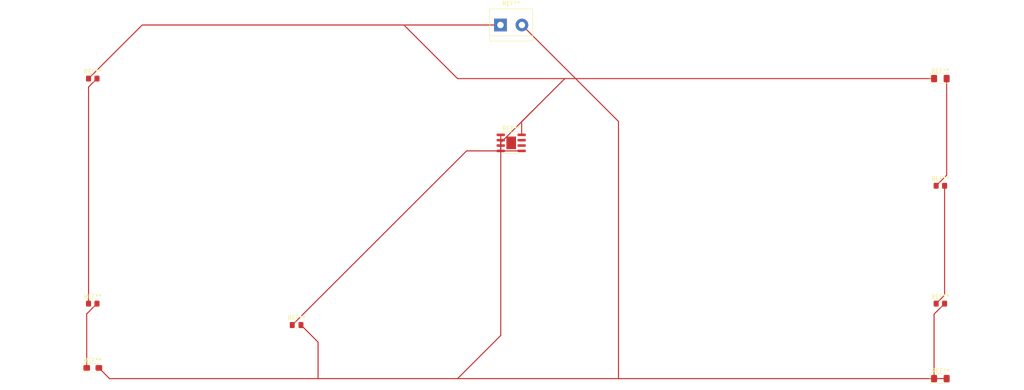
<source format=kicad_pcb>
(kicad_pcb (version 20211014) (generator pcbnew)
  (title_block (title "EE201 Lab 6 Exercise 2"))
  (layers (0 "F.Cu" signal) (31 "B.Cu" signal) (34 "B.Paste" user) (35 "F.Paste" user) (36 "B.SilkS" user "B.Silkscreen") (37 "F.SilkS" user "F.Silkscreen") (38 "B.Mask" user) (39 "F.Mask" user) (44 "Edge.Cuts" user))
  (net 0 "")
  (footprint "Resistor_SMD:R_0805_2012Metric_Pad1.20x1.40mm_HandSolder" (layer "F.Cu") (at 254 114.3)
    (fp_text reference "REF**" (at 0 -1.65) (layer "F.SilkS"))
    (fp_text value "R_0805_2012Metric_Pad1.20x1.40mm_HandSolder")
    (fp_line (start -0.227064 -0.735) (end 0.227064 -0.735) (layer "F.SilkS") (width 0.12))
    (fp_line (start -0.227064 0.735) (end 0.227064 0.735) (layer "F.SilkS") (width 0.12))
    (pad "1" smd roundrect (at -1 0) (size 1.2 1.4) (layers "F.Cu" "F.Paste" "F.Mask") (roundrect_rratio 0.208333))
    (pad "2" smd roundrect (at 1 0) (size 1.2 1.4) (layers "F.Cu" "F.Paste" "F.Mask") (roundrect_rratio 0.208333))
  )
  (footprint "TerminalBlock:TerminalBlock_bornier-2_P5.08mm" (layer "F.Cu") (at 149.86 48.26)
    (fp_text reference "REF**" (at 2.54 -5.08) (layer "F.SilkS"))
    (fp_text value "TerminalBlock_bornier-2_P5.08mm")
    (fp_line (start -2.54 3.81) (end 7.62 3.81) (layer "F.SilkS") (width 0.12))
    (fp_line (start 7.62 2.54) (end -2.54 2.54) (layer "F.SilkS") (width 0.12))
    (fp_line (start -2.54 -3.81) (end -2.54 3.81) (layer "F.SilkS") (width 0.12))
    (fp_line (start 7.62 3.81) (end 7.62 -3.81) (layer "F.SilkS") (width 0.12))
    (fp_line (start 7.62 -3.81) (end -2.54 -3.81) (layer "F.SilkS") (width 0.12))
    (pad "1" thru_hole rect (at 0 0) (size 3 3) (drill 1.52) (layers *.Cu *.Mask))
    (pad "2" thru_hole circle (at 5.08 0) (size 3 3) (drill 1.52) (layers *.Cu *.Mask))
  )
  (footprint "Resistor_SMD:R_0805_2012Metric_Pad1.20x1.40mm_HandSolder" (layer "F.Cu") (at 53.34 60.96)
    (fp_text reference "REF**" (at 0 -1.65) (layer "F.SilkS"))
    (fp_text value "R_0805_2012Metric_Pad1.20x1.40mm_HandSolder")
    (fp_line (start -0.227064 0.735) (end 0.227064 0.735) (layer "F.SilkS") (width 0.12))
    (fp_line (start -0.227064 -0.735) (end 0.227064 -0.735) (layer "F.SilkS") (width 0.12))
    (pad "1" smd roundrect (at -1 0) (size 1.2 1.4) (layers "F.Cu" "F.Paste" "F.Mask") (roundrect_rratio 0.208333))
    (pad "2" smd roundrect (at 1 0) (size 1.2 1.4) (layers "F.Cu" "F.Paste" "F.Mask") (roundrect_rratio 0.208333))
  )
  (footprint "Capacitor_Tantalum_SMD:CP_EIA-3216-18_Kemet-A_Pad1.58x1.35mm_HandSolder" (layer "F.Cu") (at 53.34 129.54)
    (fp_text reference "REF**" (at 0 -1.75) (layer "F.SilkS"))
    (fp_text value "CP_EIA-3216-18_Kemet-A_Pad1.58x1.35mm_HandSolder")
    (fp_line (start -2.485 -0.935) (end -2.485 0.935) (layer "F.SilkS") (width 0.12))
    (fp_line (start -2.485 0.935) (end 1.6 0.935) (layer "F.SilkS") (width 0.12))
    (fp_line (start 1.6 -0.935) (end -2.485 -0.935) (layer "F.SilkS") (width 0.12))
    (pad "1" smd roundrect (at -1.4375 0) (size 1.575 1.35) (layers "F.Cu" "F.Paste" "F.Mask") (roundrect_rratio 0.185185))
    (pad "2" smd roundrect (at 1.4375 0) (size 1.575 1.35) (layers "F.Cu" "F.Paste" "F.Mask") (roundrect_rratio 0.185185))
  )
  (footprint "Resistor_SMD:R_0805_2012Metric_Pad1.20x1.40mm_HandSolder" (layer "F.Cu") (at 53.34 114.3)
    (fp_text reference "REF**" (at 0 -1.65) (layer "F.SilkS"))
    (fp_text value "R_0805_2012Metric_Pad1.20x1.40mm_HandSolder")
    (fp_line (start -0.227064 0.735) (end 0.227064 0.735) (layer "F.SilkS") (width 0.12))
    (fp_line (start -0.227064 -0.735) (end 0.227064 -0.735) (layer "F.SilkS") (width 0.12))
    (pad "1" smd roundrect (at -1 0) (size 1.2 1.4) (layers "F.Cu" "F.Paste" "F.Mask") (roundrect_rratio 0.208333))
    (pad "2" smd roundrect (at 1 0) (size 1.2 1.4) (layers "F.Cu" "F.Paste" "F.Mask") (roundrect_rratio 0.208333))
  )
  (footprint "LED_SMD:LED_1206_3216Metric_Pad1.42x1.75mm_HandSolder" (layer "F.Cu") (at 254 60.96)
    (fp_text reference "REF**" (at 0 -1.82) (layer "F.SilkS"))
    (fp_text value "LED_1206_3216Metric_Pad1.42x1.75mm_HandSolder")
    (fp_line (start 1.6 -1.135) (end -2.46 -1.135) (layer "F.SilkS") (width 0.12))
    (fp_line (start -2.46 -1.135) (end -2.46 1.135) (layer "F.SilkS") (width 0.12))
    (fp_line (start -2.46 1.135) (end 1.6 1.135) (layer "F.SilkS") (width 0.12))
    (pad "1" smd roundrect (at -1.4875 0) (size 1.425 1.75) (layers "F.Cu" "F.Paste" "F.Mask") (roundrect_rratio 0.175439))
    (pad "2" smd roundrect (at 1.4875 0) (size 1.425 1.75) (layers "F.Cu" "F.Paste" "F.Mask") (roundrect_rratio 0.175439))
  )
  (footprint "LED_SMD:LED_1206_3216Metric_Pad1.42x1.75mm_HandSolder" (layer "F.Cu") (at 254 132.08)
    (fp_text reference "REF**" (at 0 -1.82) (layer "F.SilkS"))
    (fp_text value "LED_1206_3216Metric_Pad1.42x1.75mm_HandSolder")
    (fp_line (start 1.6 -1.135) (end -2.46 -1.135) (layer "F.SilkS") (width 0.12))
    (fp_line (start -2.46 -1.135) (end -2.46 1.135) (layer "F.SilkS") (width 0.12))
    (fp_line (start -2.46 1.135) (end 1.6 1.135) (layer "F.SilkS") (width 0.12))
    (pad "1" smd roundrect (at -1.4875 0) (size 1.425 1.75) (layers "F.Cu" "F.Paste" "F.Mask") (roundrect_rratio 0.175439))
    (pad "2" smd roundrect (at 1.4875 0) (size 1.425 1.75) (layers "F.Cu" "F.Paste" "F.Mask") (roundrect_rratio 0.175439))
  )
  (footprint "Resistor_SMD:R_0805_2012Metric_Pad1.20x1.40mm_HandSolder" (layer "F.Cu") (at 254 86.36)
    (fp_text reference "REF**" (at 0 -1.65) (layer "F.SilkS"))
    (fp_text value "R_0805_2012Metric_Pad1.20x1.40mm_HandSolder")
    (fp_line (start -0.227064 -0.735) (end 0.227064 -0.735) (layer "F.SilkS") (width 0.12))
    (fp_line (start -0.227064 0.735) (end 0.227064 0.735) (layer "F.SilkS") (width 0.12))
    (pad "1" smd roundrect (at -1 0) (size 1.2 1.4) (layers "F.Cu" "F.Paste" "F.Mask") (roundrect_rratio 0.208333))
    (pad "2" smd roundrect (at 1 0) (size 1.2 1.4) (layers "F.Cu" "F.Paste" "F.Mask") (roundrect_rratio 0.208333))
  )
  (footprint "Package_SO:SOIC-8-1EP_3.9x4.9mm_P1.27mm_EP2.29x3mm" (layer "F.Cu") (at 152.4 76.2)
    (fp_text reference "REF**" (at 0 -3.4) (layer "F.SilkS"))
    (fp_text value "SOIC-8-1EP_3.9x4.9mm_P1.27mm_EP2.29x3mm")
    (fp_line (start 0 -2.56) (end -3.45 -2.56) (layer "F.SilkS") (width 0.12))
    (fp_line (start 0 2.56) (end -1.95 2.56) (layer "F.SilkS") (width 0.12))
    (fp_line (start 0 2.56) (end 1.95 2.56) (layer "F.SilkS") (width 0.12))
    (fp_line (start 0 -2.56) (end 1.95 -2.56) (layer "F.SilkS") (width 0.12))
    (pad "1" smd roundrect (at -2.475 -1.905) (size 1.95 0.6) (layers "F.Cu" "F.Paste" "F.Mask"))
    (pad "2" smd roundrect (at -2.475 -0.635) (size 1.95 0.6) (layers "F.Cu" "F.Paste" "F.Mask"))
    (pad "3" smd roundrect (at -2.475 0.635) (size 1.95 0.6) (layers "F.Cu" "F.Paste" "F.Mask"))
    (pad "4" smd roundrect (at -2.475 1.905) (size 1.95 0.6) (layers "F.Cu" "F.Paste" "F.Mask"))
    (pad "5" smd roundrect (at 2.475 1.905) (size 1.95 0.6) (layers "F.Cu" "F.Paste" "F.Mask"))
    (pad "6" smd roundrect (at 2.475 0.635) (size 1.95 0.6) (layers "F.Cu" "F.Paste" "F.Mask"))
    (pad "7" smd roundrect (at 2.475 -0.635) (size 1.95 0.6) (layers "F.Cu" "F.Paste" "F.Mask"))
    (pad "8" smd roundrect (at 2.475 -1.905) (size 1.95 0.6) (layers "F.Cu" "F.Paste" "F.Mask"))
    (pad "9" smd rect (at 0 0) (size 2.29 3) (layers "F.Cu" "F.Mask"))
  )
  (footprint "Capacitor_SMD:C_0805_2012Metric_Pad1.18x1.45mm_HandSolder" (layer "F.Cu") (at 101.6 119.38)
    (fp_text reference "REF**" (at 0 -1.68) (layer "F.SilkS"))
    (fp_text value "C_0805_2012Metric_Pad1.18x1.45mm_HandSolder")
    (fp_line (start -0.261252 0.735) (end 0.261252 0.735) (layer "F.SilkS") (width 0.12))
    (fp_line (start -0.261252 -0.735) (end 0.261252 -0.735) (layer "F.SilkS") (width 0.12))
    (pad "1" smd roundrect (at -1.0375 0) (size 1.175 1.45) (layers "F.Cu" "F.Paste" "F.Mask") (roundrect_rratio 0.212766))
    (pad "2" smd roundrect (at 1.0375 0) (size 1.175 1.45) (layers "F.Cu" "F.Paste" "F.Mask") (roundrect_rratio 0.212766))
  )
  (segment (start 127 48.26) (end 149.86 48.26) (width 0.25) (layer "F.Cu") (net 0))
  (segment (start 252.5125 60.96) (end 165.1 60.96) (width 0.25) (layer "F.Cu") (net 0))
  (segment (start 255 112.3) (end 255 86.36) (width 0.25) (layer "F.Cu") (net 0))
  (segment (start 106.68 123.4225) (end 106.68 132.08) (width 0.25) (layer "F.Cu") (net 0))
  (segment (start 52.34 60.96) (end 65.04 48.26) (width 0.25) (layer "F.Cu") (net 0))
  (segment (start 177.8 132.08) (end 139.7 132.08) (width 0.25) (layer "F.Cu") (net 0))
  (segment (start 255.4875 83.8725) (end 255.4875 60.96) (width 0.25) (layer "F.Cu") (net 0))
  (segment (start 154.94 48.26) (end 177.8 71.12) (width 0.25) (layer "F.Cu") (net 0))
  (segment (start 149.925 78.105) (end 149.925 76.135) (width 0.25) (layer "F.Cu") (net 0))
  (segment (start 57.3175 132.08) (end 54.7775 129.54) (width 0.25) (layer "F.Cu") (net 0))
  (segment (start 149.925 121.855) (end 139.7 132.08) (width 0.25) (layer "F.Cu") (net 0))
  (segment (start 165.1 60.96) (end 139.7 60.96) (width 0.25) (layer "F.Cu") (net 0))
  (segment (start 252.5125 132.08) (end 252.5125 116.7875) (width 0.25) (layer "F.Cu") (net 0))
  (segment (start 253 114.3) (end 255 112.3) (width 0.25) (layer "F.Cu") (net 0))
  (segment (start 149.925 74.295) (end 149.925 121.855) (width 0.25) (layer "F.Cu") (net 0))
  (segment (start 252.5125 116.7875) (end 255 114.3) (width 0.25) (layer "F.Cu") (net 0))
  (segment (start 102.6375 119.38) (end 106.68 123.4225) (width 0.25) (layer "F.Cu") (net 0))
  (segment (start 51.9025 116.7375) (end 51.9025 129.54) (width 0.25) (layer "F.Cu") (net 0))
  (segment (start 154.875 71.185) (end 157.48 68.58) (width 0.25) (layer "F.Cu") (net 0))
  (segment (start 54.34 60.96) (end 52.34 62.96) (width 0.25) (layer "F.Cu") (net 0))
  (segment (start 52.34 62.96) (end 52.34 114.3) (width 0.25) (layer "F.Cu") (net 0))
  (segment (start 139.7 132.08) (end 106.68 132.08) (width 0.25) (layer "F.Cu") (net 0))
  (segment (start 253 86.36) (end 255.4875 83.8725) (width 0.25) (layer "F.Cu") (net 0))
  (segment (start 54.34 114.3) (end 51.9025 116.7375) (width 0.25) (layer "F.Cu") (net 0))
  (segment (start 255.4875 132.08) (end 177.8 132.08) (width 0.25) (layer "F.Cu") (net 0))
  (segment (start 141.8375 78.105) (end 100.5625 119.38) (width 0.25) (layer "F.Cu") (net 0))
  (segment (start 154.875 74.295) (end 154.875 71.185) (width 0.25) (layer "F.Cu") (net 0))
  (segment (start 157.48 68.58) (end 165.1 60.96) (width 0.25) (layer "F.Cu") (net 0))
  (segment (start 154.875 78.105) (end 141.8375 78.105) (width 0.25) (layer "F.Cu") (net 0))
  (segment (start 149.925 76.135) (end 157.48 68.58) (width 0.25) (layer "F.Cu") (net 0))
  (segment (start 65.04 48.26) (end 127 48.26) (width 0.25) (layer "F.Cu") (net 0))
  (segment (start 177.8 71.12) (end 177.8 132.08) (width 0.25) (layer "F.Cu") (net 0))
  (segment (start 139.7 60.96) (end 127 48.26) (width 0.25) (layer "F.Cu") (net 0))
  (segment (start 106.68 132.08) (end 57.3175 132.08) (width 0.25) (layer "F.Cu") (net 0))
)
</source>
